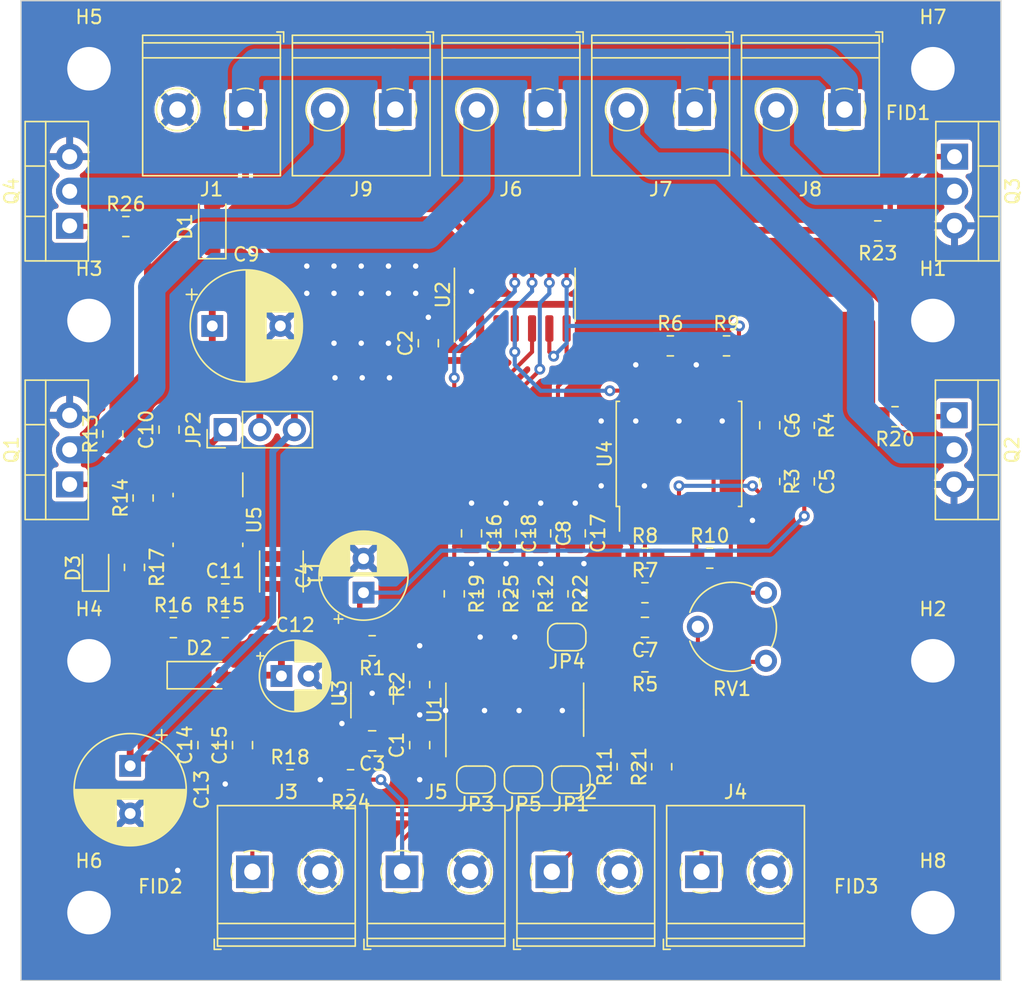
<source format=kicad_pcb>
(kicad_pcb (version 20221018) (generator pcbnew)
  (layers (0 "F.Cu" signal) (31 "B.Cu" signal) (34 "B.Paste" user) (35 "F.Paste" user) (36 "B.SilkS" user "B.Silkscreen") (37 "F.SilkS" user "F.Silkscreen") (38 "B.Mask" user) (39 "F.Mask" user) (44 "Edge.Cuts" user))
  (net 0 "")
  (net 1 "+12V")
  (net 2 "GND")
  (net 3 "/Triangle generator/TGEN_VCC")
  (net 4 "/Triangle generator/VMID")
  (net 5 "Net-(U4A--)")
  (net 6 "Net-(U4D-+)")
  (net 7 "Net-(U2A-+)")
  (net 8 "VPP")
  (net 9 "Net-(U5-BOOT)")
  (net 10 "/Power supply/PWR")
  (net 11 "Net-(U2B-+)")
  (net 12 "Net-(U2C-+)")
  (net 13 "Net-(U2D-+)")
  (net 14 "/PWM stage 1/IN")
  (net 15 "/PWM stage 2/IN")
  (net 16 "/PWM stage 3/IN")
  (net 17 "/PWM stage 4/IN")
  (net 18 "/PWM stage 1/OUT")
  (net 19 "/PWM stage 2/OUT")
  (net 20 "/PWM stage 3/OUT")
  (net 21 "/PWM stage 4/OUT")
  (net 22 "Net-(JP1-B)")
  (net 23 "Net-(JP3-B)")
  (net 24 "Net-(JP4-B)")
  (net 25 "Net-(Q1-G)")
  (net 26 "Net-(Q2-G)")
  (net 27 "Net-(Q3-G)")
  (net 28 "Net-(Q4-G)")
  (net 29 "Net-(U3-ADJ)")
  (net 30 "Net-(R5-Pad1)")
  (net 31 "Net-(U4C--)")
  (net 32 "Net-(U4B-+)")
  (net 33 "/PWM stage 2/TRIANGLE")
  (net 34 "/Triangle generator/SQUARE")
  (net 35 "Net-(R13-Pad2)")
  (net 36 "Net-(U5-RT{slash}SYNC)")
  (net 37 "/Power supply/FB")
  (net 38 "Net-(R20-Pad2)")
  (net 39 "Net-(R23-Pad2)")
  (net 40 "Net-(R26-Pad2)")
  (net 43 "/PWM stage 1/TRIANGLE")
  (net 45 "Net-(D1-K)")
  (net 46 "Net-(JP2-A)")
  (net 47 "Net-(D2-A)")
  (net 48 "Net-(D3-A)")
  (net 49 "Net-(JP5-B)")
  (footprint "Potentiometer_THT:Potentiometer_Piher_PT-6-V_Vertical" (layer "F.Cu") (at 99.735 88.5 180)
    (fp_text reference "RV1")
    (fp_text value "500k")
  )
  (footprint "Capacitor_SMD:C_0805_2012Metric" (layer "F.Cu") (at 85.725 84.1375 -90)
    (fp_text reference "C17")
    (fp_text value "500nF")
  )
  (footprint "Capacitor_SMD:C_0805_2012Metric" (layer "F.Cu") (at 102.5525 80.3275 -90)
    (fp_text reference "C5")
    (fp_text value "100nF")
  )
  (footprint "Diode_SMD:D_SOD-123" (layer "F.Cu") (at 58.1025 94.5575)
    (fp_text reference "D2")
    (fp_text value "1N4148")
  )
  (footprint "Package_TO_SOT_THT:TO-220-3_Vertical" (layer "F.Cu") (at 113.555 75.46 -90)
    (fp_text reference "Q2")
    (fp_text value "BUK7516-55A,127")
  )
  (footprint "TerminalBlock_Philmore:TerminalBlock_Philmore_TB132_1x02_P5.00mm_Horizontal" (layer "F.Cu") (at 94.5 53 180)
    (fp_text reference "J7")
    (fp_text value "Screw_Terminal_01x02")
  )
  (footprint "TerminalBlock_Philmore:TerminalBlock_Philmore_TB132_1x02_P5.00mm_Horizontal" (layer "F.Cu") (at 72.5 53 180)
    (fp_text reference "J9")
    (fp_text value "Screw_Terminal_01x02")
  )
  (footprint "Capacitor_SMD:C_0805_2012Metric" (layer "F.Cu") (at 80.645 84.1375 -90)
    (fp_text reference "C18")
    (fp_text value "500nF")
  )
  (footprint "MountingHole:MountingHole_3.2mm_M3_DIN965_Pad" (layer "F.Cu") (at 112 112)
    (fp_text reference "H8")
    (fp_text value "MountingHole")
  )
  (footprint "Package_TO_SOT_THT:TO-220-3_Vertical" (layer "F.Cu") (at 48.5775 61.54 90)
    (fp_text reference "Q4")
    (fp_text value "BUK7516-55A,127")
  )
  (footprint "Diode_SMD:D_SOD-123" (layer "F.Cu") (at 59.055 61.595 90)
    (fp_text reference "D1")
    (fp_text value "1N4148")
  )
  (footprint "Capacitor_SMD:C_0805_2012Metric" (layer "F.Cu") (at 83.185 84.1375 -90)
    (fp_text reference "C8")
    (fp_text value "500nF")
  )
  (footprint "Capacitor_THT:CP_Radial_D6.3mm_P2.50mm" (layer "F.Cu") (at 70.1675 88.494879 90)
    (fp_text reference "C4")
    (fp_text value "100μF")
  )
  (footprint "Resistor_SMD:R_0805_2012Metric" (layer "F.Cu") (at 64.77 102.235)
    (fp_text reference "R18")
    (fp_text value "10M")
  )
  (footprint "Capacitor_SMD:C_0805_2012Metric" (layer "F.Cu") (at 90.845 91.04 180)
    (fp_text reference "C7")
    (fp_text value "1nF")
  )
  (footprint "Resistor_SMD:R_0805_2012Metric" (layer "F.Cu") (at 53.34 86.6375 -90)
    (fp_text reference "R17")
    (fp_text value "4.7k")
  )
  (footprint "Jumper:SolderJumper-2_P1.3mm_Open_RoundedPad1.0x1.5mm" (layer "F.Cu") (at 85.4075 102.235 180)
    (fp_text reference "JP1")
    (fp_text value "SolderJumper_2_Open")
  )
  (footprint "Resistor_SMD:R_0805_2012Metric" (layer "F.Cu") (at 79.375 88.5825 -90)
    (fp_text reference "R25")
    (fp_text value "47k")
  )
  (footprint "Capacitor_SMD:C_0805_2012Metric" (layer "F.Cu") (at 74.295 99.695 90)
    (fp_text reference "C1")
    (fp_text value "100n")
  )
  (footprint "MountingHole:MountingHole_3.2mm_M3_DIN965_Pad" (layer "F.Cu") (at 112 50)
    (fp_text reference "H7")
    (fp_text value "MountingHole")
  )
  (footprint "Resistor_SMD:R_0805_2012Metric" (layer "F.Cu") (at 92.075 101.2825 90)
    (fp_text reference "R21")
    (fp_text value "10M")
  )
  (footprint "Capacitor_THT:CP_Radial_D8.0mm_P5.00mm" (layer "F.Cu") (at 59.055 68.8975)
    (fp_text reference "C9")
    (fp_text value "100μ")
  )
  (footprint "MountingHole:MountingHole_3.2mm_M3_DIN965_Pad" (layer "F.Cu") (at 50 50)
    (fp_text reference "H5")
    (fp_text value "MountingHole")
  )
  (footprint "Resistor_SMD:R_0805_2012Metric" (layer "F.Cu") (at 74.295 95.25 90)
    (fp_text reference "R2")
    (fp_text value "23.2k")
  )
  (footprint "TerminalBlock_Philmore:TerminalBlock_Philmore_TB132_1x02_P5.00mm_Horizontal" (layer "F.Cu") (at 62 109)
    (fp_text reference "J3")
    (fp_text value "Screw_Terminal_01x02")
  )
  (footprint "Resistor_SMD:R_0805_2012Metric" (layer "F.Cu") (at 100.0125 80.3275 -90)
    (fp_text reference "R3")
    (fp_text value "10k")
  )
  (footprint "Fiducial:Fiducial_1mm_Mask2mm" (layer "F.Cu") (at 110.1725 55.245)
    (fp_text reference "FID1")
    (fp_text value "Fiducial")
  )
  (footprint "Jumper:SolderJumper-2_P1.3mm_Open_RoundedPad1.0x1.5mm" (layer "F.Cu") (at 85.105 91.7575 180)
    (fp_text reference "JP4")
    (fp_text value "SolderJumper_2_Open")
  )
  (footprint "Resistor_SMD:R_0805_2012Metric" (layer "F.Cu") (at 102.5525 76.2 -90)
    (fp_text reference "R4")
    (fp_text value "10k")
  )
  (footprint "Connector_PinHeader_2.54mm:PinHeader_1x03_P2.54mm_Vertical" (layer "F.Cu") (at 60.0075 76.5175 90)
    (fp_text reference "JP2")
    (fp_text value "Jumper_3")
  )
  (footprint "TerminalBlock_Philmore:TerminalBlock_Philmore_TB132_1x02_P5.00mm_Horizontal" (layer "F.Cu") (at 84 109)
    (fp_text reference "J2")
    (fp_text value "Screw_Terminal_01x02")
  )
  (footprint "Capacitor_SMD:C_0805_2012Metric" (layer "F.Cu") (at 60.005 88.5825)
    (fp_text reference "C11")
    (fp_text value "100n")
  )
  (footprint "TerminalBlock_Philmore:TerminalBlock_Philmore_TB132_1x02_P5.00mm_Horizontal" (layer "F.Cu") (at 83.5 53 180)
    (fp_text reference "J6")
    (fp_text value "Screw_Terminal_01x02")
  )
  (footprint "LED_SMD:LED_0805_2012Metric" (layer "F.Cu") (at 50.4825 86.6925 90)
    (fp_text reference "D3")
    (fp_text value "GREEN LED")
  )
  (footprint "Package_TO_SOT_THT:TO-220-3_Vertical" (layer "F.Cu") (at 48.5775 80.54 90)
    (fp_text reference "Q1")
    (fp_text value "BUK7516-55A,127")
  )
  (footprint "Resistor_SMD:R_0805_2012Metric" (layer "F.Cu") (at 60.0075 91.065)
    (fp_text reference "R15")
    (fp_text value "120k")
  )
  (footprint "Package_TO_SOT_SMD:SOT-23-5" (layer "F.Cu") (at 70.8025 95.885 90)
    (fp_text reference "U3")
    (fp_text value "SPX5205-adjustable")
  )
  (footprint "Resistor_SMD:R_0805_2012Metric" (layer "F.Cu") (at 90.845 88.5)
    (fp_text reference "R7")
    (fp_text value "22k")
  )
  (footprint "Capacitor_SMD:C_0805_2012Metric" (layer "F.Cu") (at 61.2775 99.695 90)
    (fp_text reference "C15")
    (fp_text value "100n")
  )
  (footprint "Resistor_SMD:R_0805_2012Metric" (layer "F.Cu") (at 76.835 88.5825 -90)
    (fp_text reference "R19")
    (fp_text value "47k")
  )
  (footprint "TerminalBlock_Philmore:TerminalBlock_Philmore_TB132_1x02_P5.00mm_Horizontal" (layer "F.Cu") (at 73 109)
    (fp_text reference "J5")
    (fp_text value "Screw_Terminal_01x02")
  )
  (footprint "Resistor_SMD:R_0805_2012Metric" (layer "F.Cu") (at 95.6075 85.96)
    (fp_text reference "R10")
    (fp_text value "22k")
  )
  (footprint "Capacitor_SMD:C_0805_2012Metric" (layer "F.Cu") (at 55.88 76.5175 90)
    (fp_text reference "C10")
    (fp_text value "100n")
  )
  (footprint "TerminalBlock_Philmore:TerminalBlock_Philmore_TB132_1x02_P5.00mm_Horizontal" (layer "F.Cu") (at 61.5 53 180)
    (fp_text reference "J1")
    (fp_text value "Screw_Terminal_01x02")
  )
  (footprint "MountingHole:MountingHole_3.2mm_M3_DIN965_Pad" (layer "F.Cu") (at 50 112)
    (fp_text reference "H6")
    (fp_text value "MountingHole")
  )
  (footprint "Resistor_SMD:R_0805_2012Metric" (layer "F.Cu") (at 90.845 93.58 180)
    (fp_text reference "R5")
    (fp_text value "4.7k")
  )
  (footprint "Capacitor_SMD:C_0805_2012Metric" (layer "F.Cu") (at 70.8025 99.3775 180)
    (fp_text reference "C3")
    (fp_text value "100nF")
  )
  (footprint "Package_SO:SOIC-14_3.9x8.7mm_P1.27mm" (layer "F.Cu") (at 81.28 66.61 90)
    (fp_text reference "U2")
    (fp_text value "TLC3704")
  )
  (footprint "MountingHole:MountingHole_3.2mm_M3_DIN965_Pad" (layer "F.Cu") (at 112 93.5)
    (fp_text reference "H2")
    (fp_text value "MountingHole")
  )
  (footprint "TerminalBlock_Philmore:TerminalBlock_Philmore_TB132_1x02_P5.00mm_Horizontal" (layer "F.Cu") (at 95 109)
    (fp_text reference "J4")
    (fp_text value "Screw_Terminal_01x02")
  )
  (footprint "Package_TO_SOT_THT:TO-220-3_Vertical" (layer "F.Cu") (at 113.5875 56.46 -90)
    (fp_text reference "Q3")
    (fp_text value "BUK7516-55A,127")
  )
  (footprint "Fiducial:Fiducial_1mm_Mask2mm" (layer "F.Cu") (at 55.245 112.0775)
    (fp_text reference "FID2")
    (fp_text value "Fiducial")
  )
  (footprint "Resistor_SMD:R_0805_2012Metric" (layer "F.Cu") (at 53.975 81.54 90)
    (fp_text reference "R14")
    (fp_text value "47k")
  )
  (footprint "Capacitor_THT:CP_Radial_D8.0mm_P3.50mm" (layer "F.Cu") (at 53.0225 101.217349 -90)
    (fp_text reference "C13")
    (fp_text value "220μ")
  )
  (footprint "Resistor_SMD:R_0805_2012Metric" (layer "F.Cu") (at 96.8375 70.3625)
    (fp_text reference "R9")
    (fp_text value "22k")
  )
  (footprint "Capacitor_SMD:C_0805_2012Metric" (layer "F.Cu") (at 100.0125 76.2 -90)
    (fp_text reference "C6")
    (fp_text value "100nF")
  )
  (footprint "MountingHole:MountingHole_3.2mm_M3_DIN965_Pad" (layer "F.Cu") (at 112 68.5)
    (fp_text reference "H1")
    (fp_text value "MountingHole")
  )
  (footprint "Resistor_SMD:R_0805_2012Metric" (layer "F.Cu") (at 109.22 75.565 180)
    (fp_text reference "R20")
    (fp_text value "2.2Ω")
  )
  (footprint "Resistor_SMD:R_0805_2012Metric" (layer "F.Cu") (at 69.215 102.235 180)
    (fp_text reference "R24")
    (fp_text value "10M")
  )
  (footprint "Capacitor_SMD:C_0805_2012Metric" (layer "F.Cu") (at 74.93 70.1675 90)
    (fp_text reference "C2")
    (fp_text value "100n")
  )
  (footprint "Resistor_SMD:R_0805_2012Metric" (layer "F.Cu") (at 81.915 88.5825 -90)
    (fp_text reference "R12")
    (fp_text value "47k")
  )
  (footprint "Resistor_SMD:R_0805_2012Metric" (layer "F.Cu") (at 52.705 61.595)
    (fp_text reference "R26")
    (fp_text value "2.2Ω")
  )
  (footprint "Resistor_SMD:R_0805_2012Metric" (layer "F.Cu") (at 56.1975 91.065)
    (fp_text reference "R16")
    (fp_text value "10.2k")
  )
  (footprint "Jumper:SolderJumper-2_P1.3mm_Open_RoundedPad1.0x1.5mm" (layer "F.Cu") (at 78.4225 102.235 180)
    (fp_text reference "JP3")
    (fp_text value "SolderJumper_2_Open")
  )
  (footprint "Package_SO:SOIC-16_3.9x9.9mm_P1.27mm" (layer "F.Cu") (at 81.28 97.09 90)
    (fp_text reference "U1")
    (fp_text value "4050")
  )
  (footprint "Capacitor_SMD:C_0805_2012Metric" (layer "F.Cu") (at 78.105 84.1375 -90)
    (fp_text reference "C16")
    (fp_text value "500nF")
  )
  (footprint "Inductor_SMD:L_Taiyo-Yuden_MD-3030" (layer "F.Cu") (at 64.135 86.9375 -90)
    (fp_text reference "L1")
    (fp_text value "15μH")
  )
  (footprint "Resistor_SMD:R_0805_2012Metric" (layer "F.Cu") (at 90.845 85.96)
    (fp_text reference "R8")
    (fp_text value "1M")
  )
  (footprint "Resistor_SMD:R_0805_2012Metric" (layer "F.Cu") (at 84.455 88.5825 -90)
    (fp_text reference "R22")
    (fp_text value "47k")
  )
  (footprint "MountingHole:MountingHole_3.2mm_M3_DIN965_Pad" (layer "F.Cu") (at 50 68.5)
    (fp_text reference "H3")
    (fp_text value "MountingHole")
  )
  (footprint "Resistor_SMD:R_0805_2012Metric" (layer "F.Cu") (at 107.95 61.9125 180)
    (fp_text reference "R23")
    (fp_text value "2.2Ω")
  )
  (footprint "Capacitor_SMD:C_0805_2012Metric" (layer "F.Cu") (at 58.7375 99.695 90)
    (fp_text reference "C14")
    (fp_text value "1μ")
  )
  (footprint "Package_SO:SOIC-14W_7.5x9mm_P1.27mm" (layer "F.Cu") (at 93.345 78.3 90)
    (fp_text reference "U4")
    (fp_text value "ADA4851-4")
  )
  (footprint "MountingHole:MountingHole_3.2mm_M3_DIN965_Pad" (layer "F.Cu") (at 50 93.5)
    (fp_text reference "H4")
    (fp_text value "MountingHole")
  )
  (footprint "TerminalBlock_Philmore:TerminalBlock_Philmore_TB132_1x02_P5.00mm_Horizontal" (layer "F.Cu") (at 105.5 53 180)
    (fp_text reference "J8")
    (fp_text value "Screw_Terminal_01x02")
  )
  (footprint "Resistor_SMD:R_0805_2012Metric" (layer "F.Cu") (at 51.7525 76.835 90)
    (fp_text reference "R13")
    (fp_text value "2.2Ω")
  )
  (footprint "Jumper:SolderJumper-2_P1.3mm_Open_RoundedPad1.0x1.5mm" (layer "F.Cu") (at 81.915 102.235 180)
    (fp_text reference "JP5")
    (fp_text value "SolderJumper_2_Open")
  )
  (footprint "Package_SO:Texas_R-PDSO-G8_EP2.95x4.9mm_Mask2.4x3.1mm" (layer "F.Cu") (at 58.7375 83.15 -90)
    (fp_text reference "U5")
    (fp_text value "LMR380(10/20)")
  )
  (footprint "Resistor_SMD:R_0805_2012Metric" (layer "F.Cu") (at 92.71 70.3625)
    (fp_text reference "R6")
    (fp_text value "22k")
  )
  (footprint "Resistor_SMD:R_0805_2012Metric" (layer "F.Cu") (at 70.8025 92.3925 180)
    (fp_text reference "R1")
    (fp_text value "165k")
  )
  (footprint "Capacitor_THT:CP_Radial_D5.0mm_P2.00mm" (layer "F.Cu") (at 64.135 94.615)
    (fp_text reference "C12")
    (fp_text value "22μ")
  )
  (footprint "Fiducial:Fiducial_1mm_Mask2mm" (layer "F.Cu") (at 106.3625 112.0775)
    (fp_text reference "FID3")
    (fp_text value "Fiducial")
  )
  (footprint "Resistor_SMD:R_0805_2012Metric" (layer "F.Cu") (at 89.535 101.2825 90)
    (fp_text reference "R11")
    (fp_text value "10M")
  )
  (gr_line locked (start 45 45) (end 45 117) (stroke (width 0.1)) (layer "Edge.Cuts"))
  (gr_line locked (start 117 45) (end 45 45) (stroke (width 0.1)) (layer "Edge.Cuts"))
  (gr_line locked (start 117 117) (end 117 45) (stroke (width 0.1)) (layer "Edge.Cuts"))
  (gr_line locked (start 45 117) (end 117 117) (stroke (width 0.1)) (layer "Edge.Cuts"))
  (segment (start 71.7525 97.0225) (end 73.025 98.295) (width 0.3) (layer "F.Cu") (net 1))
  (segment (start 56.1975 94.3025) (end 56.4525 94.5575) (width 0.3) (layer "F.Cu") (net 1))
  (segment (start 73.025 98.295) (end 73.025 100.6475) (width 0.3) (layer "F.Cu") (net 1))
  (segment (start 69.85 100.6475) (end 71.755 100.6475) (width 0.5) (layer "F.Cu") (net 1))
  (segment (start 53.592349 100.6475) (end 69.85 100.6475) (width 0.5) (layer "F.Cu") (net 1))
  (segment (start 53.34 87.55) (end 55.165 87.55) (width 0.3) (layer "F.Cu") (net 1))
  (segment (start 79.0575 71.4375) (end 80.01 70.485) (width 0.5) (layer "F.Cu") (net 1))
  (segment (start 56.4525 95.63) (end 53.0225 99.06) (width 0.5) (layer "F.Cu") (net 1))
  (segment (start 69.8525 97.0225) (end 69.8525 100.645) (width 0.4) (layer "F.Cu") (net 1))
  (segment (start 71.7525 100.645) (end 71.755 100.6475) (width 0.4) (layer "F.Cu") (net 1))
  (segment (start 66.675 71.4375) (end 79.0575 71.4375) (width 0.5) (layer "F.Cu") (net 1))
  (segment (start 80.01 70.485) (end 80.01 69.085) (width 0.5) (layer "F.Cu") (net 1))
  (segment (start 53.0225 99.06) (end 53.0225 101.217349) (width 0.5) (layer "F.Cu") (net 1))
  (segment (start 56.1975 88.5825) (end 56.1975 94.3025) (width 0.3) (layer "F.Cu") (net 1))
  (segment (start 55.165 87.55) (end 56.1975 88.5825) (width 0.3) (layer "F.Cu") (net 1))
  (segment (start 69.8525 100.645) (end 69.85 100.6475) (width 0.4) (layer "F.Cu") (net 1))
  (segment (start 65.0875 76.5175) (end 65.0875 73.025) (width 0.5) (layer "F.Cu") (net 1))
  (segment (start 75.7525 100.6475) (end 76.835 99.565) (width 0.5) (layer "F.Cu") (net 1))
  (segment (start 65.0875 73.025) (end 66.675 71.4375) (width 0.5) (layer "F.Cu") (net 1))
  (segment (start 56.4525 94.5575) (end 56.4525 95.63) (width 0.5) (layer "F.Cu") (net 1))
  (segment (start 71.755 100.6475) (end 73.025 100.6475) (width 0.5) (layer "F.Cu") (net 1))
  (segment (start 53.0225 101.217349) (end 53.592349 100.6475) (width 0.5) (layer "F.Cu") (net 1))
  (segment (start 73.025 100.6475) (end 75.7525 100.6475) (width 0.5) (layer "F.Cu") (net 1))
  (segment (start 63.5 78.105) (end 65.0875 76.5175) (width 0.5) (layer "B.Cu") (net 1))
  (segment (start 63.5 90.4875) (end 63.5 78.105) (width 0.5) (layer "B.Cu") (net 1))
  (segment (start 53.0225 100.965) (end 63.5 90.4875) (width 0.5) (layer "B.Cu") (net 1))
  (segment (start 53.0225 101.217349) (end 53.0225 100.965) (width 0.5) (layer "B.Cu") (net 1))
  (segment (start 65.6825 102.235) (end 66.9925 102.235) (width 0.3) (layer "F.Cu") (net 2))
  (segment (start 74.0175 95.885) (end 74.295 96.1625) (width 0.3) (layer "F.Cu") (net 2))
  (segment (start 71.12 95.885) (end 71.12 95.885) (width 0.3) (layer "F.Cu") (net 2))
  (segment (start 80.01 64.135) (end 80.01 65.405) (width 0.5) (layer "F.Cu") (net 2))
  (segment (start 70.8025 95.885) (end 71.12 95.885) (width 0.3) (layer "F.Cu") (net 2))
  (segment (start 70.8025 97.0225) (end 70.8025 96.2025) (width 0.3) (layer "F.Cu") (net 2))
  (segment (start 71.12 95.885) (end 74.0175 95.885) (width 0.3) (layer "F.Cu") (net 2))
  (segment (start 74.93 69.2175) (end 74.93 68.2625) (width 0.5) (layer "F.Cu") (net 2))
  (segment (start 80.01 65.405) (end 79.6925 65.7225) (width 0.5) (layer "F.Cu") (net 2))
  (segment (start 78.105 83.1875) (end 78.105 81.915) (width 0.3) (layer "F.Cu") (net 2))
  (segment (start 85.725 83.1875) (end 85.725 81.915) (width 0.3) (layer "F.Cu") (net 2))
  (segment (start 70.8025 98.4275) (end 70.8025 97.0225) (width 0.3) (layer "F.Cu") (net 2))
  (segment (start 70.8025 96.2025) (end 70.8025 96.2025) (width 0.3) (layer "F.Cu") (net 2))
  (segment (start 70.8025 96.2025) (end 70.8025 95.885) (width 0.3) (layer "F.Cu") (net 2))
  (segment (start 74.295 98.745) (end 74.295 97.4725) (width 0.3) (layer "F.Cu") (net 2))
  (segment (start 68.3025 102.235) (end 66.9925 102.235) (width 0.3) (layer "F.Cu") (net 2))
  (segment (start 74.295 97.4725) (end 74.295 96.1625) (width 0.3) (layer "F.Cu") (net 2))
  (segment (start 79.6925 65.7225) (end 78.74 65.7225) (width 0.5) (layer "F.Cu") (net 2))
  (segment (start 80.645 83.1875) (end 80.645 81.915) (width 0.3) (layer "F.Cu") (net 2))
  (segment (start 83.185 83.1875) (end 83.185 81.915) (width 0.3) (layer "F.Cu") (net 2))
  (segment (start 71.7525 99.3775) (end 70.8025 98.4275) (width 0.3) (layer "F.Cu") (net 2))
  (segment (start 78.74 65.7225) (end 78.105 66.3575) (width 0.5) (layer "F.Cu") (net 2))
  (via (at 66 66.5) (size 0.8) (drill 0.4) (layers "F.Cu" "B.Cu") (net 2))
  (via (at 90.805 80.645) (size 0.8) (drill 0.4) (layers "F.Cu" "B.Cu") (net 2))
  (via (at 60.0075 102.5525) (size 0.8) (drill 0.4) (layers "F.Cu" "B.Cu") (net 2))
  (via (at 90.17 71.755) (size 0.8) (drill 0.4) (layers "F.Cu" "B.Cu") (net 2))
  (via (at 74 66.5) (size 0.8) (drill 0.4) (layers "F.Cu" "B.Cu") (net 2))
  (via (at 74.295 92.3925) (size 0.8) (drill 0.4) (layers "F.Cu" "B.Cu") (net 2))
  (via (at 78.74 91.7575) (size 0.8) (drill 0.4) (layers "F.Cu" "B.Cu") (net 2))
  (via (at 81.5975 97.155) (size 0.8) (drill 0.4) (layers "F.Cu" "B.Cu") (net 2))
  (via (at 70 64.5) (size 0.8) (drill 0.4) (layers "F.Cu" "B.Cu") (net 2))
  (via (at 68 64.5) (size 0.8) (drill 0.4) (layers "F.Cu" "B.Cu") (net 2))
  (via (at 56.515 108.9025) (size 0.8) (drill 0.4) (layers "F.Cu" "B.Cu") (net 2))
  (via (at 70.0725 72.7075) (size 0.8) (drill 0.4) (layers "F.Cu" "B.Cu") (net 2))
  (via (at 83.185 86.36) (size 0.8) (drill 0.4) (layers "F.Cu" "B.Cu") (net 2))
  (via (at 68.0725 72.7075) (size 0.8) (drill 0.4) (layers "F.Cu" "B.Cu") (net 2))
  (via (at 68.58 95.885) (size 0.8) (drill 0.4) (layers "F.Cu" "B.Cu") (net 2))
  (via (at 87.63 80.645) (size 0.8) (drill 0.4) (layers "F.Cu" "B.Cu") (net 2))
  (via (at 68 66.5) (size 0.8) (drill 0.4) (layers "F.Cu" "B.Cu") (net 2))
  (via (at 68 70.1675) (size 0.8) (drill 0.4) (layers "F.Cu" "B.Cu") (net 2))
  (via (at 78.105 66.3575) (size 0.8) (drill 0.4) (layers "F.Cu" "B.Cu") (net 2))
  (via (at 94.615 71.755) (size 0.8) (drill 0.4) (layers "F.Cu" "B.Cu") (net 2))
  (via (at 96.52 75.8825) (size 0.8) (drill 0.4) (layers "F.Cu" "B.Cu") (net 2))
  (via (at 79.0575 97.155) (size 0.8) (drill 0.4) (layers "F.Cu" "B.Cu") (net 2))
  (via (at 72 66.5) (size 0.8) (drill 0.4) (layers "F.Cu" "B.Cu") (net 2))
  (via (at 98.7425 83.185) (size 0.8) (drill 0.4) (layers "F.Cu" "B.Cu") (net 2))
  (via (at 66.9925 102.235) (size 0.8) (drill 0.4) (layers "F.Cu" "B.Cu") (net 2))
  (via (at 80.645 81.915) (size 0.8) (drill 0.4) (layers "F.Cu" "B.Cu") (net 2))
  (via (at 76.2 97.155) (size 0.8) (drill 0.4) (layers "F.Cu" "B.Cu") (net 2))
  (via (at 72 70.1675) (size 0.8) (drill 0.4) (layers "F.Cu" "B.Cu") (net 2))
  (via (at 78.105 86.36) (size 0.8) (drill 0.4) (layers "F.Cu" "B.Cu") (net 2))
  (via (at 70.8025 95.885) (size 0.8) (drill 0.4) (layers "F.Cu" "B.Cu") (net 2))
  (via (at 68.58 98.1075) (size 0.8) (drill 0.4) (layers "F.Cu" "B.Cu") (net 2))
  (via (at 74 64.5) (size 0.8) (drill 0.4) (layers "F.Cu" "B.Cu") (net 2))
  (via (at 86.36 88.5825) (size 0.8) (drill 0.4) (layers "F.Cu" "B.Cu") (net 2))
  (via (at 70 70.1675) (size 0.8) (drill 0.4) (layers "F.Cu" "B.Cu") (net 2))
  (via (at 90.17 75.8825) (size 0.8) (drill 0.4) (layers "F.Cu" "B.Cu") (net 2))
  (via (at 70 66.5) (size 0.8) (drill 0.4) (layers "F.Cu" "B.Cu") (net 2))
  (via (at 83.185 81.915) (size 0.8) (drill 0.4) (layers "F.Cu" "B.Cu") (net 2))
  (via (at 93.345 75.8825) (size 0.8) (drill 0.4) (layers "F.Cu" "B.Cu") (net 2))
  (via (at 86.36 86.36) (size 0.8) (drill 0.4) (layers "F.Cu" "B.Cu") (net 2))
  (via (at 78.105 81.915) (size 0.8) (drill 0.4) (layers "F.Cu" "B.Cu") (net 2))
  (via (at 85.725 81.915) (size 0.8) (drill 0.4) (layers "F.Cu" "B.Cu") (net 2))
  (via (at 74.295 97.4725) (size 0.8) (drill 0.4) (layers "F.Cu" "B.Cu") (net 2))
  (via (at 74.93 68.2625) (size 0.8) (drill 0.4) (layers "F.Cu" "B.Cu") (net 2))
  (via (at 81.28 91.7575) (size 0.8) (drill 0.4) (layers "F.Cu" "B.Cu") (net 2))
  (via (at 66 64.5) (size 0.8) (drill 0.4) (layers "F.Cu" "B.Cu") (net 2))
  (via (at 74.295 102.235) (size 0.8) (drill 0.4) (layers "F.Cu" "B.Cu") (net 2))
  (via (at 84.7725 97.155) (size 0.8) (drill 0.4) (layers "F.Cu" "B.Cu") (net 2))
  (via (at 80.645 86.36) (size 0.8) (drill 0.4) (layers "F.Cu" "B.Cu") (net 2))
  (via (at 87.63 75.8825) (size 0.8) (drill 0.4) (layers "F.Cu" "B.Cu") (net 2))
  (via (at 72 64.5) (size 0.8) (drill 0.4) (layers "F.Cu" "B.Cu") (net 2))
  (via (at 72.0725 72.7075) (size 0.8) (drill 0.4) (layers "F.Cu" "B.Cu") (net 2))
  (segment (start 76.835 66.3575) (end 75.2475 67.945) (width 0.5) (layer "B.Cu") (net 2))
  (segment (start 78.105 66.3575) (end 76.835 66.3575) (width 0.5) (layer "B.Cu") (net 2))
  (segment (start 75.2475 67.945) (end 74.93 68.2625) (width 0.5) (layer "B.Cu") (net 2))
  (segment (start 69.89 92.3925) (end 69.89 88.772379) (width 0.4) (layer "F.Cu") (net 3))
  (segment (start 100.0125 81.24) (end 99.3375 81.24) (width 0.3) (layer "F.Cu") (net 3))
  (segment (start 99.3375 81.24) (end 98.7425 80.645) (width 0.3) (layer "F.Cu") (net 3))
  (segment (start 102.515 81.24) (end 102.5525 81.2775) (width 0.3) (layer "F.Cu") (net 3))
  (segment (start 93.345 82.95) (end 93.345 80.645) (width 0.3) (layer "F.Cu") (net 3))
  (segment (start 69.89 88.772379) (end 70.1675 88.494879) (width 0.4) (layer "F.Cu") (net 3))
  (segment (start 69.8525 92.43) (end 69.89 92.3925) (width 0.4) (layer "F.Cu") (net 3))
  (segment (start 102.5525 81.2775) (end 102.5525 82.8675) (width 0.3) (layer "F.Cu") (net 3))
  (segment (start 100.0125 81.24) (end 102.515 81.24) (width 0.3) (layer "F.Cu") (net 3))
  (segment (start 69.8525 94.7475) (end 69.8525 92.43) (width 0.4) (layer "F.Cu") (net 3))
  (via (at 98.7425 80.645) (size 0.8) (drill 0.4) (layers "F.Cu" "B.Cu") (net 3))
  (via (at 102.5525 82.8675) (size 0.8) (drill 0.4) (layers "F.Cu" "B.Cu") (net 3))
  (via (at 93.345 80.645) (size 0.8) (drill 0.4) (layers "F.Cu" "B.Cu") (net 3))
  (segment (start 75.8825 85.4075) (end 72.795121 88.494879) (width 0.3) (layer "B.Cu") (net 3))
  (segment (start 72.795121 88.494879) (end 70.1675 88.494879) (width 0.3) (layer "B.Cu") (net 3))
  (segment (start 102.5525 82.8675) (end 100.0125 85.4075) (width 0.3) (layer "B.Cu") (net 3))
  (segment (start 100.0125 85.4075) (end 75.8825 85.4075) (width 0.3) (layer "B.Cu") (net 3))
  (segment (start 93.345 80.645) (end 98.7425 80.645) (width 0.3) (layer "B.Cu") (net 3))
  (segment (start 99.9725 79.375) (end 100.0125 79.415) (width 0.3) (layer "F.Cu") (net 4))
  (segment (start 102.5525 77.1125) (end 100.05 77.1125) (width 0.3) (layer "F.Cu") (net 4))
  (segment (start 92.075 80.01) (end 92.075 82.95) (width 0.3) (layer "F.Cu") (net 4))
  (segment (start 95.885 79.375) (end 99.9725 79.375) (width 0.3) (layer "F.Cu") (net 4))
  (segment (start 94.615 79.375) (end 92.71 79.375) (width 0.3) (layer "F.Cu") (net 4))
  (segment (start 100.0125 79.415) (end 100.0125 77.15) (width 0.3) (layer "F.Cu") (net 4))
  (segment (start 95.885 82.95) (end 95.885 79.375) (width 0.3) (layer "F.Cu") (net 4))
  (segment (start 95.885 79.375) (end 94.615 79.375) (width 0.3) (layer "F.Cu") (net 4))
  (segment (start 94.615 73.65) (end 94.615 79.375) (width 0.3) (layer "F.Cu") (net 4))
  (segment (start 92.71 79.375) (end 92.075 80.01) (width 0.3) (layer "F.Cu") (net 4))
  (segment (start 100.05 77.1125) (end 100.0125 77.15) (width 0.3) (layer "F.Cu") (net 4))
  (segment (start 90.845 91.04) (end 90.845 92.6675) (width 0.3) (layer "F.Cu") (net 5))
  (segment (start 89.9325 93.2225) (end 89.9325 93.58) (width 0.3) (layer "F.Cu") (net 5))
  (segment (start 90.845 92.6675) (end 89.9325 93.58) (width 0.3) (layer "F.Cu") (net 5))
  (segment (start 91.795 91.04) (end 91.795 91.36) (width 0.3) (layer "F.Cu") (net 5))
  (segment (start 91.795 91.04) (end 90.845 91.04) (width 0.3) (layer "F.Cu") (net 5))
  (segment (start 90.805 82.95) (end 90.845 82.99) (width 0.3) (layer "F.Cu") (net 5))
  (segment (start 90.845 82.99) (end 90.845 91.04) (width 0.3) (layer "F.Cu") (net 5))
  (segment (start 92.075 70.64) (end 91.7975 70.3625) (width 0.3) (layer "F.Cu") (net 6))
  (segment (start 90.4875 77.9825) (end 92.075 76.395) (width 0.3) (layer "F.Cu") (net 6))
  (segment (start 89.535 84.65) (end 89.535 82.95) (width 0.3) (layer "F.Cu") (net 6))
  (segment (start 92.075 76.395) (end 92.075 73.65) (width 0.3) (layer "F.Cu") (net 6))
  (segment (start 89.895 85.01) (end 89.535 84.65) (width 0.3) (layer "F.Cu") (net 6))
  (segment (start 89.535 78.935) (end 90.4875 77.9825) (width 0.3) (layer "F.Cu") (net 6))
  (segment (start 89.535 82.95) (end 89.535 78.935) (width 0.3) (layer "F.Cu") (net 6))
  (segment (start 89.895 91.04) (end 89.895 85.01) (width 0.3) (layer "F.Cu") (net 6))
  (segment (start 92.075 73.65) (end 92.075 70.64) (width 0.3) (layer "F.Cu") (net 6))
  (segment (start 80.645 85.0875) (end 79.3775 85.0875) (width 0.3) (layer "F.Cu") (net 7))
  (segment (start 79.375 87.67) (end 79.375 85.09) (width 0.3) (layer "F.Cu") (net 7))
  (segment (start 82.55 70.8025) (end 79.375 73.9775) (width 0.3) (layer "F.Cu") (net 7))
  (segment (start 79.375 85.09) (end 79.375 73.9775) (width 0.3) (layer "F.Cu") (net 7))
  (segment (start 79.3775 85.0875) (end 79.375 85.09) (width 0.3) (layer "F.Cu") (net 7))
  (segment (start 82.55 69.085) (end 82.55 70.8025) (width 0.3) (layer "F.Cu") (net 7))
  (segment (start 59.055 59.945) (end 59.7525 59.945) (width 0.5) (layer "F.Cu") (net 8))
  (segment (start 59.7525 59.945) (end 61.5 58.1975) (width 0.5) (layer "F.Cu") (net 8))
  (segment (start 61.5 58.1975) (end 61.5 53) (width 0.5) (layer "F.Cu") (net 8))
  (segment (start 72.5 53) (end 72.5 49.64) (width 2) (layer "B.Cu") (net 8))
  (segment (start 94.5 50.05) (end 93.98 49.53) (width 2) (layer "B.Cu") (net 8))
  (segment (start 61.5 53) (end 61.5 50.26) (width 2) (layer "B.Cu") (net 8))
  (segment (start 105.5 50.89) (end 105.5 53) (width 2) (layer "B.Cu") (net 8))
  (segment (start 94.5 53) (end 94.5 50.05) (width 2) (layer "B.Cu") (net 8))
  (segment (start 93.98 49.53) (end 104.14 49.53) (width 2) (layer "B.Cu") (net 8))
  (segment (start 62.23 49.53) (end 72.39 49.53) (width 2) (layer "B.Cu") (net 8))
  (segment (start 72.39 49.53) (end 82.55 49.53) (width 2) (layer "B.Cu") (net 8))
  (segment (start 104.14 49.53) (end 105.5 50.89) (width 2) (layer "B.Cu") (net 8))
  (segment (start 83.5 53) (end 83.5 49.53) (width 2) (layer "B.Cu") (net 8))
  (segment (start 82.55 49.53) (end 93.98 49.53) (width 2) (layer "B.Cu") (net 8))
  (segment (start 83.5 49.53) (end 82.55 49.53) (width 2) (layer "B.Cu") (net 8))
  (segment (start 72.5 49.64) (end 72.39 49.53) (width 2) (layer "B.Cu") (net 8))
  (segment (start 61.5 50.26) (end 62.23 49.53) (width 2) (layer "B.Cu") (net 8))
  (segment (start 59.0575 87.2575) (end 59.0575 88.525) (width 0.5) (layer "F.Cu") (net 9))
  (segment (start 59.055 87.255) (end 59.0575 87.2575) (width 0.5) (layer "F.Cu") (net 9))
  (segment (start 59.3725 85.7125) (end 59.3725 86.9375) (width 0.5) (layer "F.Cu") (net 9))
  (segment (start 59.3725 86.9375) (end 59.055 87.255) (width 0.5) (layer "F.Cu") (net 9))
  (segment (start 60.6425 85.7125) (end 60.6425 86.9375) (width 0.5) (layer "F.Cu") (net 10))
  (segment (start 60.9575 87.2575) (end 60.9575 88.525) (width 0.5) (layer "F.Cu") (net 10))
  (segment (start 60.7675 85.8375) (end 60.6425 85.7125) (width 0.5) (layer "F.Cu") (net 10))
  (segment (start 60.96 87.255) (end 60.9575 87.2575) (width 0.5) (layer "F.Cu") (net 10))
  (segment (start 60.6425 86.9375) (end 60.96 87.255) (width 0.5) (layer "F.Cu") (net 10))
  (segment (start 64.135 85.8375) (end 60.7675 85.8375) (width 0.5) (layer "F.Cu") (net 10))
  (segment (start 84.4575 85.0875) (end 84.455 85.09) (width 0.3) (layer "F.Cu") (net 11))
  (segment (start 84.455 85.09) (end 84.455 73.9775) (width 0.3) (layer "F.Cu") (net 11))
  (segment (start 85.09 72.7075) (end 84.455 73.3425) (width 0.3) (layer "F.Cu") (net 11))
  (segment (start 84.455 73.3425) (end 84.455 73.9775) (width 0.3) (layer "F.Cu") (net 11))
  (segment (start 84.455 87.67) (end 84.455 85.09) (width 0.3) (layer "F.Cu") (net 11))
  (segment (start 85.09 69.085) (end 85.09 72.7075) (width 0.3) (layer "F.Cu") (net 11))
  (segment (start 85.725 85.0875) (end 84.4575 85.0875) (width 0.3) (layer "F.Cu") (net 11))
  (segment (start 81.28 65.7225) (end 81.28 64.135) (width 0.3) (layer "F.Cu") (net 12))
  (segment (start 78.105 85.0875) (end 76.8375 85.0875) (width 0.3) (layer "F.Cu") (net 12))
  (segment (start 76.835 87.67) (end 76.835 85.09) (width 0.3) (layer "F.Cu") (net 12))
  (segment (start 76.835 72.7075) (end 76.835 73.9775) (width 0.3) (layer "F.Cu") (net 12))
  (segment (start 76.835 85.09) (end 76.835 73.9775) (width 0.3) (layer "F.Cu") (net 12))
  (segment (start 76.8375 85.0875) (end 76.835 85.09) (width 0.3) (layer "F.Cu") (net 12))
  (via (at 76.835 72.7075) (size 0.8) (drill 0.4) (layers "F.Cu" "B.Cu") (net 12))
  (via (at 81.28 65.7225) (size 0.8) (drill 0.4) (layers "F.Cu" "B.Cu") (net 12))
  (segment (start 81.28 65.7225) (end 81.28 66.3575) (width 0.3) (layer "B.Cu") (net 12))
  (segment (start 81.28 66.3575) (end 76.835 70.8025) (width 0.3) (layer "B.Cu") (net 12))
  (segment (start 76.835 70.8025) (end 76.835 72.7075) (width 0.3) (layer "B.Cu") (net 12))
  (segment (start 83.185 85.0875) (end 81.9175 85.0875) (width 0.3) (layer "F.Cu") (net 13))
  (segment (start 83.82 64.135) (end 83.82 65.7225) (width 0.3) (layer "F.Cu") (net 13))
  (segment (start 81.915 87.67) (end 81.915 85.09) (width 0.3) (layer "F.Cu") (net 13))
  (segment (start 83.12 72.1375) (end 81.915 73.3425) (width 0.3) (layer "F.Cu") (net 13))
  (segment (start 83.12 72.0725) (end 83.12 72.1375) (width 0.3) (layer "F.Cu") (net 13))
  (segment (start 81.915 85.09) (end 81.915 73.9775) (width 0.3) (layer "F.Cu") (net 13))
  (segment (start 81.9175 85.0875) (end 81.915 85.09) (width 0.3) (layer "F.Cu") (net 13))
  (segment (start 81.915 73.3425) (end 81.915 73.9775) (width 0.3) (layer "F.Cu") (net 13))
  (via (at 83.12 72.0725) (size 0.8) (drill 0.4) (layers "F.Cu" "B.Cu") (net 13))
  (via (at 83.82 65.7225) (size 0.8) (drill 0.4) (layers "F.Cu" "B.Cu") (net 13))
  (segment (start 83.12 72.0725) (end 83.12 67.21625) (width 0.3) (layer "B.Cu") (net 13))
  (segment (start 83.12 67.21625) (end 83.82 66.51625) (width 0.3) (layer "B.Cu") (net 13))
  (segment (start 83.82 66.51625) (end 83.82 65.7225) (width 0.3) (layer "B.Cu") (net 13))
  (segment (start 86.0575 101.420368) (end 86.0575 106.9425) (width 0.3) (layer "F.Cu") (net 14))
  (segment (start 89.535 102.195) (end 86.0975 102.195) (width 0.3) (layer "F.Cu") (net 14))
  (segment (start 84.455 100.6475) (end 84.7725 100.965) (width 0.3) (layer "F.Cu") (net 14))
  (segment (start 86.0975 102.195) (end 86.0575 102.235) (width 0.3) (layer "F.Cu") (net 14))
  (segment (start 84.455 99.565) (end 84.455 100.6475) (width 0.3) (layer "F.Cu") (net 14))
  (segment (start 86.0575 106.9425) (end 84 109) (width 0.3) (layer "F.Cu") (net 14))
  (segment (start 84.7725 100.965) (end 85.602132 100.965) (width 0.3) (layer "F.Cu") (net 14))
  (segment (start 85.602132 100.965) (end 86.0575 101.420368) (width 0.3) (layer "F.Cu") (net 14))
  (segment (start 63.8575 104.735) (end 63.8175 104.775) (width 0.3) (layer "F.Cu") (net 15))
  (segment (start 79.375 104.14) (end 78.74 104.775) (width 0.3) (layer "F.Cu") (net 15))
  (segment (start 62 105.9575) (end 62 109) (width 0.3) (layer "F.Cu") (net 15))
  (segment (start 63.1825 104.775) (end 62 105.9575) (width 0.3) (layer "F.Cu") (net 15))
  (segment (start 78.74 104.775) (end 63.8175 104.775) (width 0.3) (layer "F.Cu") (net 15))
  (segment (start 79.375 99.565) (end 79.375 104.14) (width 0.3) (layer "F.Cu") (net 15))
  (segment (start 63.8175 104.775) (end 63.1825 104.775) (width 0.3) (layer "F.Cu") (net 15))
  (segment (start 63.8575 102.235) (end 63.8575 104.735) (width 0.3) (layer "F.Cu") (net 15))
  (segment (start 94.96 102.195) (end 95 102.235) (width 0.3) (layer "F.Cu") (net 16))
  (segment (start 95 109) (end 95 102.235) (width 0.3) (layer "F.Cu") (net 16))
  (segment (start 86.6775 97.155) (end 85.725 96.2025) (width 0.3) (layer "F.Cu") (net 16))
  (segment (start 92.075 102.195) (end 94.96 102.195) (width 0.3) (layer "F.Cu") (net 16))
  (segment (start 95 102.235) (end 95 100.715) (width 0.3) (layer "F.Cu") (net 16))
  (segment (start 91.44 97.155) (end 86.6775 97.155) (width 0.3) (layer "F.Cu") (net 16))
  (segment (start 95 100.715) (end 91.44 97.155) (width 0.3) (layer "F.Cu") (net 16))
  (segment (start 85.725 94.615) (end 85.725 91.7875) (width 0.3) (layer "F.Cu") (net 16))
  (segment (start 85.725 96.2025) (end 85.725 94.615) (width 0.3) (layer "F.Cu") (net 16))
  (segment (start 85.725 91.7875) (end 85.755 91.7575) (width 0.3) (layer "F.Cu") (net 16))
  (segment (start 73 109) (end 73 106.705) (width 0.3) (layer "F.Cu") (net 17))
  (segment (start 82.55 104.4575) (end 82.55 101.229448) (width 0.3) (layer "F.Cu") (net 17))
  (segment (start 73 106.705) (end 73.9775 105.7275) (width 0.3) (layer "F.Cu") (net 17))
  (segment (start 73.9775 105.7275) (end 81.28 105.7275) (width 0.3) (layer "F.Cu") (net 17))
  (segment (start 82.55 101.229448) (end 81.915 100.594448) (width 0.3) (layer "F.Cu") (net 17))
  (segment (start 71.4375 102.235) (end 70.1275 102.235) (width 0.3) (layer "F.Cu") (net 17))
  (segment (start 81.915 100.594448) (end 81.915 99.565) (width 0.3) (layer "F.Cu") (net 17))
  (segment (start 81.28 105.7275) (end 82.55 104.4575) (width 0.3) (layer "F.Cu") (net 17))
  (via (at 71.4375 102.235) (size 0.8) (drill 0.4) (layers "F.Cu" "B.Cu") (net 17))
  (segment (start 73 103.7975) (end 71.4375 102.235) (width 0.3) (layer "B.Cu") (net 17))
  (segment (start 73 109) (end 73 103.7975) (width 0.3) (layer "B.Cu") (net 17))
  (segment (start 64.5075 59) (end 67.5 56.0075) (width 2) (layer "B.Cu") (net 18))
  (segment (start 67.5 56.0075) (end 67.5 53) (width 2) (layer "B.Cu") (net 18))
  (segment (start 48.5775 59) (end 64.5075 59) (width 2) (layer "B.Cu") (net 18))
  (segment (start 100.5 56.05) (end 100.5 53) (width 2) (layer "B.Cu") (net 19))
  (segment (start 103.45 59) (end 100.5 56.05) (width 2) (layer "B.Cu") (net 19))
  (segment (start 113.5875 59) (end 103.45 59) (width 2) (layer "B.Cu") (net 19))
  (segment (start 78.5 58.66) (end 78.5 53) (width 2) (layer "B.Cu") (net 20))
  (segment (start 49.9525 78) (end 54.61 73.3425) (width 2) (layer "B.Cu") (net 20))
  (segment (start 58.42 62.23) (end 74.93 62.23) (width 2) (layer "B.Cu") (net 20))
  (segment (start 54.61 73.3425) (end 54.61 66.04) (width 2) (layer "B.Cu") (net 20))
  (segment (start 48.5775 78) (end 49.9525 78) (width 2) (layer "B.Cu") (net 20))
  (segment (start 74.93 62.23) (end 78.5 58.66) (width 2) (layer "B.Cu") (net 20))
  (segment (start 54.61 66.04) (end 58.42 62.23) (width 2) (layer "B.Cu") (net 20))
  (segment (start 96.52 57.15) (end 91.44 57.15) (width 2) (layer "B.Cu") (net 21))
  (segment (start 106.68 67.31) (end 96.52 57.15) (width 2) (layer "B.Cu") (net 21))
  (segment (start 113.555 78) (end 109.75 78) (width 2) (layer "B.Cu") (net 21))
  (segment (start 109.75 78) (end 106.68 74.93) (width 2) (layer "B.Cu") (net 21))
  (segment (start 89.5 55.21) (end 89.5 53) (width 2) (layer "B.Cu") (net 21))
  (segment (start 106.68 74.93) (end 106.68 67.31) (width 2) (layer "B.Cu") (net 21))
  (segment (start 91.44 57.15) (end 89.5 55.21) (width 2) (layer "B.Cu") (net 21))
  (segment (start 83.185 100.6625) (end 84.7575 102.235) (width 0.3) (layer "F.Cu") (net 22))
  (segment (start 83.185 99.565) (end 83.185 97.155) (width 0.3) (layer "F.Cu") (net 22))
  (segment (start 83.185 99.565) (end 83.185 100.6625) (width 0.3) (layer "F.Cu") (net 22))
  (segment (start 82.55 96.52) (end 82.55 89.535) (width 0.3) (layer "F.Cu") (net 22))
  (segment (start 83.185 97.155) (end 82.55 96.52) (width 0.3) (layer "F.Cu") (net 22))
  (segment (start 78.105 100.6475) (end 77.7875 100.965) (width 0.3) (layer "F.Cu") (net 23))
  (segment (start 77.7875 102.22) (end 77.7725 102.235) (width 0.3) (layer "F.Cu") (net 23))
  (segment (start 77.47 90.13) (end 77.47 97.155) (width 0.3) (layer "F.Cu") (net 23))
  (segment (start 78.105 97.79) (end 78.105 99.565) (width 0.3) (layer "F.Cu") (net 23))
  (segment (start 76.835 89.495) (end 77.47 90.13) (width 0.3) (layer "F.Cu") (net 23))
  (segment (start 78.105 100.6475) (end 78.105 99.565) (width 0.3) (layer "F.Cu") (net 23))
  (segment (start 77.47 97.155) (end 78.105 97.79) (width 0.3) (layer "F.Cu") (net 23))
  (segment (start 77.7875 100.965) (end 77.7875 102.22) (width 0.3) (layer "F.Cu") (net 23))
  (segment (start 84.455 94.615) (end 84.455 91.7575) (width 0.3) (layer "F.Cu") (net 24))
  (segment (start 84.455 91.7575) (end 84.455 89.495) (width 0.3) (layer "F.Cu") (net 24))
  (segment (start 50.74625 80.54) (end 48.5775 80.54) (width 0.4) (layer "F.Cu") (net 25))
  (segment (start 51.7525 79.53375) (end 50.74625 80.54) (width 0.4) (layer "F.Cu") (net 25))
  (segment (start 51.7525 77.7475) (end 51.7525 79.53375) (width 0.4) (layer "F.Cu") (net 25))
  (segment (start 113.45 75.565) (end 113.555 75.46) (width 0.4) (layer "F.Cu") (net 26))
  (segment (start 110.1325 75.565) (end 113.45 75.565) (width 0.4) (layer "F.Cu") (net 26))
  (segment (start 112.1325 56.46) (end 113.5875 56.46) (width 0.4) (layer "F.Cu") (net 27))
  (segment (start 108.8625 59.73) (end 112.1325 56.46) (width 0.4) (layer "F.Cu") (net 27))
  (segment (start 108.8625 61.9125) (end 108.8625 59.73) (width 0.4) (layer "F.Cu") (net 27))
  (segment (start 48.6325 61.595) (end 48.5775 61.54) (width 0.4) (layer "F.Cu") (net 28))
  (segment (start 51.7925 61.595) (end 48.6325 61.595) (width 0.4) (layer "F.Cu") (net 28))
  (segment (start 71.7525 92.43) (end 71.715 92.3925) (width 0.3) (layer "F.Cu") (net 29))
  (segment (start 71.7525 94.7475) (end 73.885 94.7475) (width 0.3) (layer "F.Cu") (net 29))
  (segment (start 71.7525 94.7475) (end 71.7525 92.43) (width 0.3) (layer "F.Cu") (net 29))
  (segment (start 73.885 94.7475) (end 74.295 94.3375) (width 0.3) (layer "F.Cu") (net 29))
  (segment (start 91.7575 93.58) (end 94.655 93.58) (width 0.3) (layer "F.Cu") (net 30))
  (segment (start 94.735 91) (end 94.735 93.5) (width 0.3) (layer "F.Cu") (net 30))
  (segment (start 94.655 93.58) (end 99.655 93.58) (width 0.3) (layer "F.Cu") (net 30))
  (segment (start 94.735 93.5) (end 94.655 93.58) (width 0.3) (layer "F.Cu") (net 30))
  (segment (start 99.655 93.58) (end 99.735 93.5) (width 0.3) (layer "F.Cu") (net 30))
  (segment (start 95.25 70.3625) (end 95.885 70.9975) (width 0.3) (layer "F.Cu") (net 31))
  (segment (start 93.6225 70.3625) (end 95.25 70.3625) (width 0.3) (layer "F.Cu") (net 31))
  (segment (start 95.885 70.9975) (end 95.885 73.65) (width 0.3) (layer "F.Cu") (net 31))
  (segment (start 94.615 85.96) (end 91.7575 85.96) (width 0.3) (layer "F.Cu") (net 32))
  (segment (start 94.615 82.95) (end 94.615 85.96) (width 0.3) (layer "F.Cu") (net 32))
  (segment (start 91.7575 85.96) (end 91.7575 88.5) (width 0.3) (layer "F.Cu") (net 32))
  (segment (start 89.535 73.65) (end 88.275 73.65) (width 0.3) (layer "F.Cu") (net 33))
  (segment (start 90.805 73.65) (end 89.535 73.65) (width 0.3) (layer "F.Cu") (net 33))
  (segment (start 82.55 65.7225) (end 82.55 64.135) (width 0.3) (layer "F.Cu") (net 33))
  (segment (start 81.28 70.8025) (end 81.28 69.085) (width 0.3) (layer "F.Cu") (net 33))
  (segment (start 88.275 73.65) (end 88.265 73.66) (width 0.3) (layer "F.Cu") (net 33))
  (via (at 88.265 73.66) (size 0.8) (drill 0.4) (layers "F.Cu" "B.Cu") (net 33))
  (via (at 81.28 70.8025) (size 0.8) (drill 0.4) (layers "F.Cu" "B.Cu") (net 33))
  (via (at 82.55 65.7225) (size 0.8) (drill 0.4) (layers "F.Cu" "B.Cu") (net 33))
  (segment (start 81.28 67.6275) (end 82.55 66.3575) (width 0.3) (layer "B.Cu") (net 33))
  (segment (start 81.28 70.8025) (end 81.28 67.6275) (width 0.3) (layer "B.Cu") (net 33))
  (segment (start 83.185 73.66) (end 81.28 71.755) (width 0.3) (layer "B.Cu") (net 33))
  (segment (start 88.265 73.66) (end 83.185 73.66) (width 0.3) (layer "B.Cu") (net 33))
  (segment (start 81.28 71.755) (end 81.28 70.8025) (width 0.3) (layer "B.Cu") (net 33))
  (segment (start 82.55 66.3575) (end 82.55 65.7225) (width 0.3) (layer "B.Cu") (net 33))
  (segment (start 98.1475 88.5) (end 99.735 88.5) (width 0.3) (layer "F.Cu") (net 34))
  (segment (start 97.155 85.96) (end 97.155 87.5075) (width 0.3) (layer "F.Cu") (net 34))
  (segment (start 96.52 85.96) (end 97.155 85.96) (width 0.3) (layer "F.Cu") (net 34))
  (segment (start 97.155 82.95) (end 97.155 85.96) (width 0.3) (layer "F.Cu") (net 34))
  (segment (start 97.155 87.5075) (end 98.1475 88.5) (width 0.3) (layer "F.Cu") (net 34))
  (segment (start 54.2925 63.8175) (end 56.007 62.103) (width 0.5) (layer "F.Cu") (net 35))
  (segment (start 51.7525 74.6125) (end 54.2925 72.0725) (width 0.5) (layer "F.Cu") (net 35))
  (segment (start 61.103 62.103) (end 64.5 65.5) (width 0.5) (layer "F.Cu") (net 35))
  (segment (start 75.3425 65.5) (end 77.47 67.6275) (width 0.5) (layer "F.Cu") (net 35))
  (segment (start 64.5 65.5) (end 75.3425 65.5) (width 0.5) (layer "F.Cu") (net 35))
  (segment (start 77.47 67.6275) (end 77.47 69.085) (width 0.5) (layer "F.Cu") (net 35))
  (segment (start 56.007 62.103) (end 61.103 62.103) (width 0.5) (layer "F.Cu") (net 35))
  (segment (start 51.7525 75.9225) (end 51.7525 74.6125) (width 0.5) (layer "F.Cu") (net 35))
  (segment (start 54.2925 72.0725) (end 54.2925 63.8175) (width 0.5) (layer "F.Cu") (net 35))
  (segment (start 54.015 80.5875) (end 53.975 80.6275) (width 0.3) (layer "F.Cu") (net 36))
  (segment (start 56.8325 80.5875) (end 54.015 80.5875) (width 0.3) (layer "F.Cu") (net 36))
  (segment (start 59.095 91.065) (end 57.4675 91.065) (width 0.3) (layer "F.Cu") (net 37))
  (segment (start 57.4675 91.065) (end 56.8325 90.43) (width 0.3) (layer "F.Cu") (net 37))
  (segment (start 56.8325 90.43) (end 56.8325 85.7125) (width 0.3) (layer "F.Cu") (net 37))
  (segment (start 78.74 67.945) (end 79.375 67.31) (width 0.5) (layer "F.Cu") (net 38))
  (segment (start 104.4575 67.31) (end 106.68 69.5325) (width 0.5) (layer "F.Cu") (net 38))
  (segment (start 106.68 74.43375) (end 107.81125 75.565) (width 0.5) (layer "F.Cu") (net 38))
  (segment (start 107.81125 75.565) (end 108.3075 75.565) (width 0.5) (layer "F.Cu") (net 38))
  (segment (start 106.68 69.5325) (end 106.68 74.43375) (width 0.5) (layer "F.Cu") (net 38))
  (segment (start 78.74 69.085) (end 78.74 67.945) (width 0.5) (layer "F.Cu") (net 38))
  (segment (start 79.375 67.31) (end 104.4575 67.31) (width 0.5) (layer "F.Cu") (net 38))
  (segment (start 107.0375 61.9125) (end 106.9975 61.8725) (width 0.5) (layer "F.Cu") (net 39))
  (segment (start 106.9975 61.8725) (end 79.415 61.8725) (width 0.5) (layer "F.Cu") (net 39))
  (segment (start 78.74 62.5475) (end 78.74 63.1825) (width 0.5) (layer "F.Cu") (net 39))
  (segment (start 79.415 61.8725) (end 78.74 62.5475) (width 0.5) (layer "F.Cu") (net 39))
  (segment (start 53.6175 61.595) (end 54.1255 61.087) (width 0.5) (layer "F.Cu") (net 40))
  (segment (start 54.1255 61.087) (end 76.6445 61.087) (width 0.5) (layer "F.Cu") (net 40))
  (segment (start 76.6445 61.087) (end 77.47 61.9125) (width 0.5) (layer "F.Cu") (net 40))
  (segment (start 77.47 61.9125) (end 77.47 64.135) (width 0.5) (layer "F.Cu") (net 40))
  (segment (start 97.75 73.055) (end 97.155 73.65) (width 0.3) (layer "F.Cu") (net 43))
  (segment (start 97.75 70.3625) (end 97.75 68.9375) (width 0.3) (layer "F.Cu") (net 43))
  (segment (start 83.82 70.8025) (end 83.82 69.085) (width 0.3) (layer "F.Cu") (net 43))
  (segment (start 97.75 70.3625) (end 97.75 73.055) (width 0.3) (layer "F.Cu") (net 43))
  (segment (start 97.75 68.9375) (end 97.79 68.8975) (width 0.3) (layer "F.Cu") (net 43))
  (segment (start 85.09 65.7225) (end 85.09 64.135) (width 0.3) (layer "F.Cu") (net 43))
  (segment (start 84.1375 71.12) (end 83.82 70.8025) (width 0.3) (layer "F.Cu") (net 43))
  (via (at 84.1375 71.12) (size 0.8) (drill 0.4) (layers "F.Cu" "B.Cu") (net 43))
  (via (at 97.79 68.8975) (size 0.8) (drill 0.4) (layers "F.Cu" "B.Cu") (net 43))
  (via (at 85.09 65.7225) (size 0.8) (drill 0.4) (layers "F.Cu" "B.Cu") (net 43))
  (segment (start 85.09 70.1675) (end 85.09 68.8975) (width 0.3) (layer "B.Cu") (net 43))
  (segment (start 84.1375 71.12) (end 85.09 70.1675) (width 0.3) (layer "B.Cu") (net 43))
  (segment (start 85.09 65.7225) (end 85.09 68.8975) (width 0.3) (layer "B.Cu") (net 43))
  (segment (start 97.79 68.8975) (end 85.09 68.8975) (width 0.3) (layer "B.Cu") (net 43))
  (segment (start 62.5475 74.6125) (end 59.055 71.12) (width 0.5) (layer "F.Cu") (net 45))
  (segment (start 59.055 71.12) (end 59.055 63.245) (width 0.5) (layer "F.Cu") (net 45))
  (segment (start 62.5475 76.5175) (end 62.5475 74.6125) (width 0.5) (layer "F.Cu") (net 45))
  (segment (start 59.055 77.47) (end 60.0075 76.5175) (width 0.5) (layer "F.Cu") (net 46))
  (segment (start 58.1025 80.5875) (end 58.1025 77.47) (width 0.5) (layer "F.Cu") (net 46))
  (segment (start 58.1025 77.47) (end 55.8825 77.47) (width 0.5) (layer "F.Cu") (net 46))
  (segment (start 55.8825 77.47) (end 55.88 77.4675) (width 0.5) (layer "F.Cu") (net 46))
  (segment (start 58.1025 77.47) (end 59.055 77.47) (width 0.5) (layer "F.Cu") (net 46))
  (segment (start 59.3725 80.5875) (end 58.1025 80.5875) (width 0.5) (layer "F.Cu") (net 46))
  (segment (start 64.0775 91.065) (end 64.135 91.1225) (width 0.3) (layer "F.Cu") (net 47))
  (segment (start 64.074888 94.5575) (end 59.7525 94.5575) (width 0.5) (layer "F.Cu") (net 47))
  (segment (start 60.92 91.065) (end 64.0775 91.065) (width 0.3) (layer "F.Cu") (net 47))
  (segment (start 64.135 88.0375) (end 64.135 90.1125) (width 0.5) (layer "F.Cu") (net 47))
  (segment (start 64.132388 94.615) (end 64.074888 94.5575) (width 0.5) (layer "F.Cu") (net 47))
  (segment (start 64.135 90.1125) (end 64.135 94.615) (width 0.5) (layer "F.Cu") (net 47))
  (segment (start 53.34 85.725) (end 50.5125 85.725) (width 0.3) (layer "F.Cu") (net 48))
  (segment (start 50.5125 85.725) (end 50.4825 85.755) (width 0.3) (layer "F.Cu") (net 48))
  (segment (start 80.645 99.565) (end 80.645 101.615) (width 0.3) (layer "F.Cu") (net 49))
  (segment (start 80.01 90.13) (end 80.01 96.8375) (width 0.3) (layer "F.Cu") (net 49))
  (segment (start 79.375 89.495) (end 80.01 90.13) (width 0.3) (layer "F.Cu") (net 49))
  (segment (start 80.01 96.8375) (end 80.645 97.4725) (width 0.3) (layer "F.Cu") (net 49))
  (segment (start 80.645 97.4725) (end 80.645 99.565) (width 0.3) (layer "F.Cu") (net 49))
  (segment (start 80.645 101.615) (end 81.265 102.235) (width 0.3) (layer "F.Cu") (net 49))
  (zone (net 2) (net_name "GND") (layers "F&B.Cu") (connect_pads (clearance 0.3)) (min_thickness 0.4) (fill yes (thermal_gap 0.5) (thermal_bridge_width 0.5))
    (polygon (pts (xy 45 45) (xy 45 117) (xy 117 117) (xy 117 45)))
  )
)
</source>
